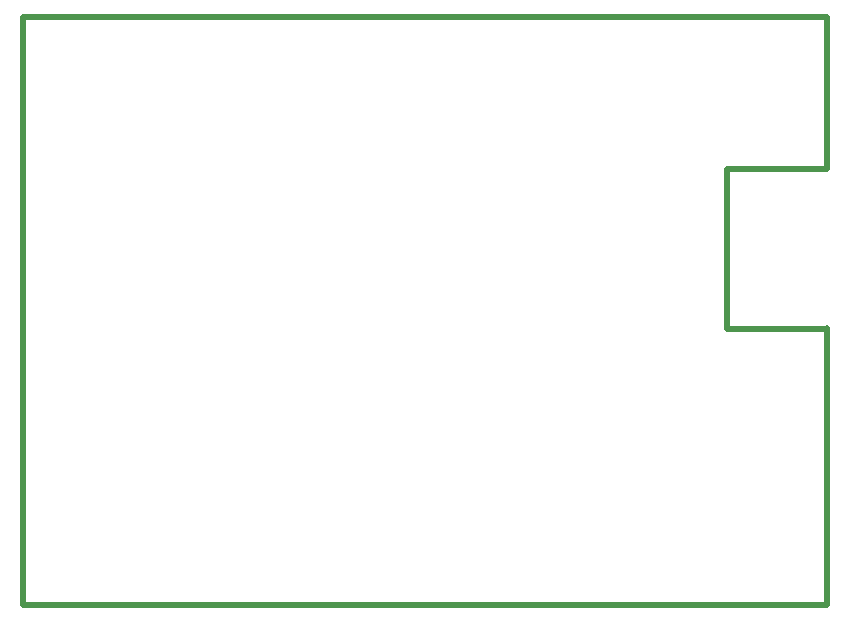
<source format=gm1>
%TF.GenerationSoftware,KiCad,Pcbnew,6.0.5-a6ca702e91~116~ubuntu20.04.1*%
%TF.CreationDate,2022-06-15T21:10:52+02:00*%
%TF.ProjectId,vwcdpic_with_BT,76776364-7069-4635-9f77-6974685f4254,rev?*%
%TF.SameCoordinates,Original*%
%TF.FileFunction,Profile,NP*%
%FSLAX46Y46*%
G04 Gerber Fmt 4.6, Leading zero omitted, Abs format (unit mm)*
G04 Created by KiCad (PCBNEW 6.0.5-a6ca702e91~116~ubuntu20.04.1) date 2022-06-15 21:10:52*
%MOMM*%
%LPD*%
G01*
G04 APERTURE LIST*
%TA.AperFunction,Profile*%
%ADD10C,0.500000*%
%TD*%
G04 APERTURE END LIST*
D10*
X56134000Y-83566000D02*
X124206000Y-83566000D01*
X115740000Y-60150000D02*
X124206000Y-60150000D01*
X124206000Y-83566000D02*
X124206000Y-60130000D01*
X124206000Y-46660000D02*
X115760000Y-46660000D01*
X124206000Y-46660000D02*
X124206000Y-33782000D01*
X115750500Y-60150000D02*
X115740000Y-46660000D01*
X124206000Y-33782000D02*
X56134000Y-33782000D01*
X56134000Y-33782000D02*
X56134000Y-83566000D01*
M02*

</source>
